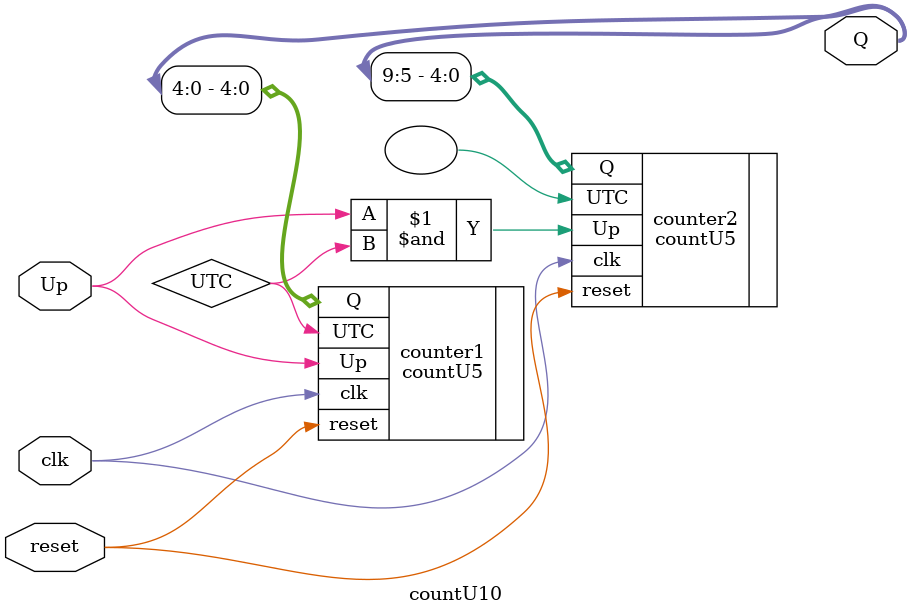
<source format=v>
`timescale 1ns / 1ps


module countU10(
    input clk,
    input Up,
    input reset,
    output [9:0] Q
    );
    
    wire UTC;
    
    countU5 counter1 (.clk(clk), .Up(Up), .reset(reset), .Q(Q[4:0]), .UTC(UTC));
    countU5 counter2 (.clk(clk), .Up(Up & UTC), .reset(reset), .Q(Q[9:5]), .UTC());
    
endmodule

</source>
